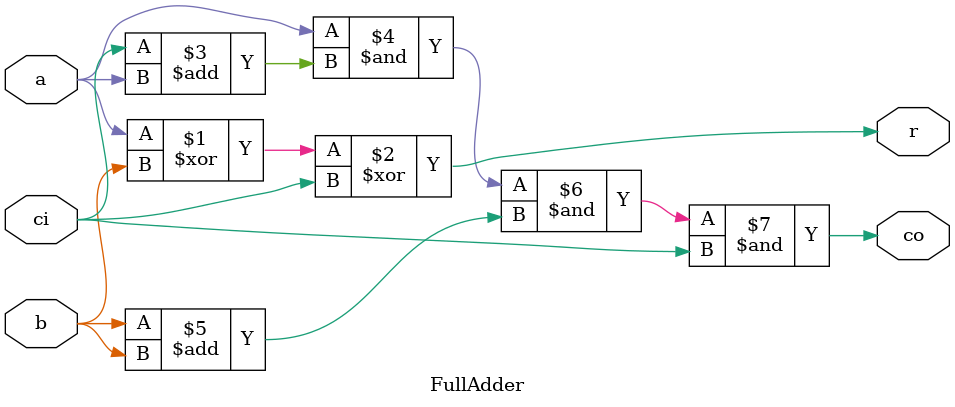
<source format=v>
module FullAdder (
    input  a,
    input  b,
    input  ci,
    output r,
    output co
);
  assign r  = a ^ b ^ ci;
  assign co = a & ci + a & b + b & ci;
endmodule

</source>
